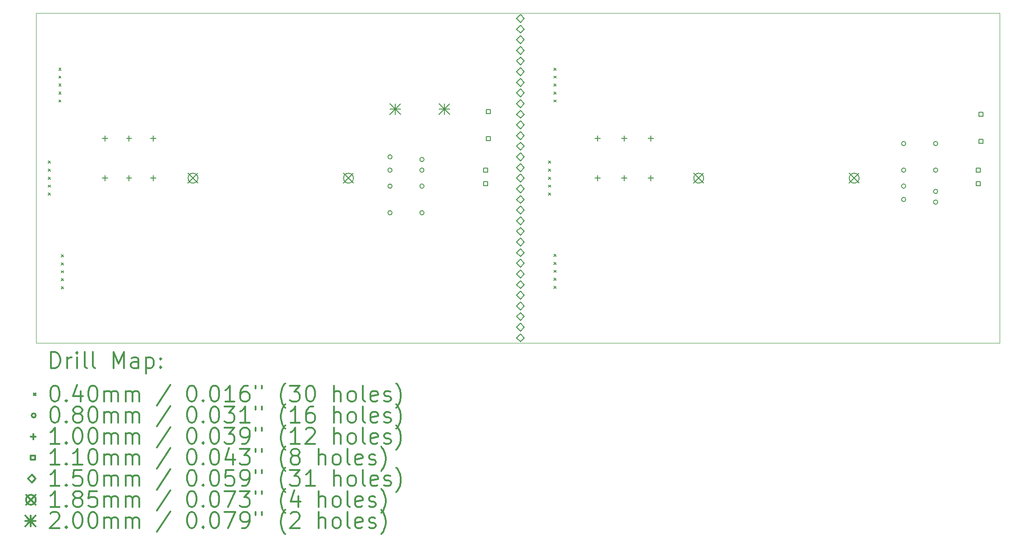
<source format=gbr>
%FSLAX45Y45*%
G04 Gerber Fmt 4.5, Leading zero omitted, Abs format (unit mm)*
G04 Created by KiCad (PCBNEW 5.1.6-c6e7f7d~87~ubuntu20.04.1) date 2020-10-08 01:49:55*
%MOMM*%
%LPD*%
G01*
G04 APERTURE LIST*
%TA.AperFunction,Profile*%
%ADD10C,0.050000*%
%TD*%
%ADD11C,0.200000*%
%ADD12C,0.300000*%
G04 APERTURE END LIST*
D10*
X19500000Y-3500000D02*
X1400000Y-3500000D01*
X19500000Y-9700000D02*
X19500000Y-3500000D01*
X1400000Y-9700000D02*
X19500000Y-9700000D01*
X1400000Y-3500000D02*
X1400000Y-9700000D01*
D11*
X1630000Y-6280000D02*
X1670000Y-6320000D01*
X1670000Y-6280000D02*
X1630000Y-6320000D01*
X1630000Y-6430000D02*
X1670000Y-6470000D01*
X1670000Y-6430000D02*
X1630000Y-6470000D01*
X1630000Y-6580000D02*
X1670000Y-6620000D01*
X1670000Y-6580000D02*
X1630000Y-6620000D01*
X1630000Y-6730000D02*
X1670000Y-6770000D01*
X1670000Y-6730000D02*
X1630000Y-6770000D01*
X1630000Y-6880000D02*
X1670000Y-6920000D01*
X1670000Y-6880000D02*
X1630000Y-6920000D01*
X1830000Y-4530000D02*
X1870000Y-4570000D01*
X1870000Y-4530000D02*
X1830000Y-4570000D01*
X1830000Y-4680000D02*
X1870000Y-4720000D01*
X1870000Y-4680000D02*
X1830000Y-4720000D01*
X1830000Y-4830000D02*
X1870000Y-4870000D01*
X1870000Y-4830000D02*
X1830000Y-4870000D01*
X1830000Y-4980000D02*
X1870000Y-5020000D01*
X1870000Y-4980000D02*
X1830000Y-5020000D01*
X1830000Y-5130000D02*
X1870000Y-5170000D01*
X1870000Y-5130000D02*
X1830000Y-5170000D01*
X1880000Y-8038000D02*
X1920000Y-8078000D01*
X1920000Y-8038000D02*
X1880000Y-8078000D01*
X1880000Y-8188000D02*
X1920000Y-8228000D01*
X1920000Y-8188000D02*
X1880000Y-8228000D01*
X1880000Y-8338000D02*
X1920000Y-8378000D01*
X1920000Y-8338000D02*
X1880000Y-8378000D01*
X1880000Y-8488000D02*
X1920000Y-8528000D01*
X1920000Y-8488000D02*
X1880000Y-8528000D01*
X1880000Y-8638000D02*
X1920000Y-8678000D01*
X1920000Y-8638000D02*
X1880000Y-8678000D01*
X11030000Y-6280000D02*
X11070000Y-6320000D01*
X11070000Y-6280000D02*
X11030000Y-6320000D01*
X11030000Y-6430000D02*
X11070000Y-6470000D01*
X11070000Y-6430000D02*
X11030000Y-6470000D01*
X11030000Y-6580000D02*
X11070000Y-6620000D01*
X11070000Y-6580000D02*
X11030000Y-6620000D01*
X11030000Y-6730000D02*
X11070000Y-6770000D01*
X11070000Y-6730000D02*
X11030000Y-6770000D01*
X11030000Y-6880000D02*
X11070000Y-6920000D01*
X11070000Y-6880000D02*
X11030000Y-6920000D01*
X11130000Y-4530000D02*
X11170000Y-4570000D01*
X11170000Y-4530000D02*
X11130000Y-4570000D01*
X11130000Y-4680000D02*
X11170000Y-4720000D01*
X11170000Y-4680000D02*
X11130000Y-4720000D01*
X11130000Y-4830000D02*
X11170000Y-4870000D01*
X11170000Y-4830000D02*
X11130000Y-4870000D01*
X11130000Y-4980000D02*
X11170000Y-5020000D01*
X11170000Y-4980000D02*
X11130000Y-5020000D01*
X11130000Y-5130000D02*
X11170000Y-5170000D01*
X11170000Y-5130000D02*
X11130000Y-5170000D01*
X11130000Y-8030000D02*
X11170000Y-8070000D01*
X11170000Y-8030000D02*
X11130000Y-8070000D01*
X11130000Y-8180000D02*
X11170000Y-8220000D01*
X11170000Y-8180000D02*
X11130000Y-8220000D01*
X11130000Y-8330000D02*
X11170000Y-8370000D01*
X11170000Y-8330000D02*
X11130000Y-8370000D01*
X11130000Y-8480000D02*
X11170000Y-8520000D01*
X11170000Y-8480000D02*
X11130000Y-8520000D01*
X11130000Y-8630000D02*
X11170000Y-8670000D01*
X11170000Y-8630000D02*
X11130000Y-8670000D01*
X18340000Y-5950000D02*
G75*
G03*
X18340000Y-5950000I-40000J0D01*
G01*
X18340000Y-6450000D02*
G75*
G03*
X18340000Y-6450000I-40000J0D01*
G01*
X18340000Y-6850000D02*
G75*
G03*
X18340000Y-6850000I-40000J0D01*
G01*
X18340000Y-7050000D02*
G75*
G03*
X18340000Y-7050000I-40000J0D01*
G01*
X17740000Y-6750000D02*
G75*
G03*
X17740000Y-6750000I-40000J0D01*
G01*
X17740000Y-7000000D02*
G75*
G03*
X17740000Y-7000000I-40000J0D01*
G01*
X8090000Y-6200000D02*
G75*
G03*
X8090000Y-6200000I-40000J0D01*
G01*
X8090000Y-6450000D02*
G75*
G03*
X8090000Y-6450000I-40000J0D01*
G01*
X8090000Y-6750000D02*
G75*
G03*
X8090000Y-6750000I-40000J0D01*
G01*
X8090000Y-7250000D02*
G75*
G03*
X8090000Y-7250000I-40000J0D01*
G01*
X17740000Y-5950000D02*
G75*
G03*
X17740000Y-5950000I-40000J0D01*
G01*
X17740000Y-6450000D02*
G75*
G03*
X17740000Y-6450000I-40000J0D01*
G01*
X8690000Y-6250000D02*
G75*
G03*
X8690000Y-6250000I-40000J0D01*
G01*
X8690000Y-6450000D02*
G75*
G03*
X8690000Y-6450000I-40000J0D01*
G01*
X8690000Y-6750000D02*
G75*
G03*
X8690000Y-6750000I-40000J0D01*
G01*
X8690000Y-7250000D02*
G75*
G03*
X8690000Y-7250000I-40000J0D01*
G01*
X11950000Y-5800000D02*
X11950000Y-5900000D01*
X11900000Y-5850000D02*
X12000000Y-5850000D01*
X11950000Y-6550000D02*
X11950000Y-6650000D01*
X11900000Y-6600000D02*
X12000000Y-6600000D01*
X12950000Y-5800000D02*
X12950000Y-5900000D01*
X12900000Y-5850000D02*
X13000000Y-5850000D01*
X12950000Y-6550000D02*
X12950000Y-6650000D01*
X12900000Y-6600000D02*
X13000000Y-6600000D01*
X2700000Y-5800000D02*
X2700000Y-5900000D01*
X2650000Y-5850000D02*
X2750000Y-5850000D01*
X2700000Y-6550000D02*
X2700000Y-6650000D01*
X2650000Y-6600000D02*
X2750000Y-6600000D01*
X3600000Y-5800000D02*
X3600000Y-5900000D01*
X3550000Y-5850000D02*
X3650000Y-5850000D01*
X3600000Y-6550000D02*
X3600000Y-6650000D01*
X3550000Y-6600000D02*
X3650000Y-6600000D01*
X3150000Y-5800000D02*
X3150000Y-5900000D01*
X3100000Y-5850000D02*
X3200000Y-5850000D01*
X3150000Y-6550000D02*
X3150000Y-6650000D01*
X3100000Y-6600000D02*
X3200000Y-6600000D01*
X12450000Y-5800000D02*
X12450000Y-5900000D01*
X12400000Y-5850000D02*
X12500000Y-5850000D01*
X12450000Y-6550000D02*
X12450000Y-6650000D01*
X12400000Y-6600000D02*
X12500000Y-6600000D01*
X19188891Y-5438891D02*
X19188891Y-5361109D01*
X19111109Y-5361109D01*
X19111109Y-5438891D01*
X19188891Y-5438891D01*
X19188891Y-5946891D02*
X19188891Y-5869109D01*
X19111109Y-5869109D01*
X19111109Y-5946891D01*
X19188891Y-5946891D01*
X9888891Y-6488891D02*
X9888891Y-6411109D01*
X9811109Y-6411109D01*
X9811109Y-6488891D01*
X9888891Y-6488891D01*
X9888891Y-6742891D02*
X9888891Y-6665109D01*
X9811109Y-6665109D01*
X9811109Y-6742891D01*
X9888891Y-6742891D01*
X19138891Y-6488891D02*
X19138891Y-6411109D01*
X19061109Y-6411109D01*
X19061109Y-6488891D01*
X19138891Y-6488891D01*
X19138891Y-6742891D02*
X19138891Y-6665109D01*
X19061109Y-6665109D01*
X19061109Y-6742891D01*
X19138891Y-6742891D01*
X9938891Y-5388891D02*
X9938891Y-5311109D01*
X9861109Y-5311109D01*
X9861109Y-5388891D01*
X9938891Y-5388891D01*
X9938891Y-5896891D02*
X9938891Y-5819109D01*
X9861109Y-5819109D01*
X9861109Y-5896891D01*
X9938891Y-5896891D01*
X10500000Y-3875000D02*
X10575000Y-3800000D01*
X10500000Y-3725000D01*
X10425000Y-3800000D01*
X10500000Y-3875000D01*
X10500000Y-6075000D02*
X10575000Y-6000000D01*
X10500000Y-5925000D01*
X10425000Y-6000000D01*
X10500000Y-6075000D01*
X10500000Y-5075000D02*
X10575000Y-5000000D01*
X10500000Y-4925000D01*
X10425000Y-5000000D01*
X10500000Y-5075000D01*
X10500000Y-6875000D02*
X10575000Y-6800000D01*
X10500000Y-6725000D01*
X10425000Y-6800000D01*
X10500000Y-6875000D01*
X10500000Y-7075000D02*
X10575000Y-7000000D01*
X10500000Y-6925000D01*
X10425000Y-7000000D01*
X10500000Y-7075000D01*
X10500000Y-6675000D02*
X10575000Y-6600000D01*
X10500000Y-6525000D01*
X10425000Y-6600000D01*
X10500000Y-6675000D01*
X10500000Y-4075000D02*
X10575000Y-4000000D01*
X10500000Y-3925000D01*
X10425000Y-4000000D01*
X10500000Y-4075000D01*
X10500000Y-7875000D02*
X10575000Y-7800000D01*
X10500000Y-7725000D01*
X10425000Y-7800000D01*
X10500000Y-7875000D01*
X10500000Y-6475000D02*
X10575000Y-6400000D01*
X10500000Y-6325000D01*
X10425000Y-6400000D01*
X10500000Y-6475000D01*
X10500000Y-9675000D02*
X10575000Y-9600000D01*
X10500000Y-9525000D01*
X10425000Y-9600000D01*
X10500000Y-9675000D01*
X10500000Y-8475000D02*
X10575000Y-8400000D01*
X10500000Y-8325000D01*
X10425000Y-8400000D01*
X10500000Y-8475000D01*
X10500000Y-5875000D02*
X10575000Y-5800000D01*
X10500000Y-5725000D01*
X10425000Y-5800000D01*
X10500000Y-5875000D01*
X10500000Y-7675000D02*
X10575000Y-7600000D01*
X10500000Y-7525000D01*
X10425000Y-7600000D01*
X10500000Y-7675000D01*
X10500000Y-8875000D02*
X10575000Y-8800000D01*
X10500000Y-8725000D01*
X10425000Y-8800000D01*
X10500000Y-8875000D01*
X10500000Y-7275000D02*
X10575000Y-7200000D01*
X10500000Y-7125000D01*
X10425000Y-7200000D01*
X10500000Y-7275000D01*
X10500000Y-4675000D02*
X10575000Y-4600000D01*
X10500000Y-4525000D01*
X10425000Y-4600000D01*
X10500000Y-4675000D01*
X10500000Y-9075000D02*
X10575000Y-9000000D01*
X10500000Y-8925000D01*
X10425000Y-9000000D01*
X10500000Y-9075000D01*
X10500000Y-8275000D02*
X10575000Y-8200000D01*
X10500000Y-8125000D01*
X10425000Y-8200000D01*
X10500000Y-8275000D01*
X10500000Y-5475000D02*
X10575000Y-5400000D01*
X10500000Y-5325000D01*
X10425000Y-5400000D01*
X10500000Y-5475000D01*
X10500000Y-3675000D02*
X10575000Y-3600000D01*
X10500000Y-3525000D01*
X10425000Y-3600000D01*
X10500000Y-3675000D01*
X10500000Y-9275000D02*
X10575000Y-9200000D01*
X10500000Y-9125000D01*
X10425000Y-9200000D01*
X10500000Y-9275000D01*
X10500000Y-4275000D02*
X10575000Y-4200000D01*
X10500000Y-4125000D01*
X10425000Y-4200000D01*
X10500000Y-4275000D01*
X10500000Y-4475000D02*
X10575000Y-4400000D01*
X10500000Y-4325000D01*
X10425000Y-4400000D01*
X10500000Y-4475000D01*
X10500000Y-9475000D02*
X10575000Y-9400000D01*
X10500000Y-9325000D01*
X10425000Y-9400000D01*
X10500000Y-9475000D01*
X10500000Y-5675000D02*
X10575000Y-5600000D01*
X10500000Y-5525000D01*
X10425000Y-5600000D01*
X10500000Y-5675000D01*
X10500000Y-5275000D02*
X10575000Y-5200000D01*
X10500000Y-5125000D01*
X10425000Y-5200000D01*
X10500000Y-5275000D01*
X10500000Y-6275000D02*
X10575000Y-6200000D01*
X10500000Y-6125000D01*
X10425000Y-6200000D01*
X10500000Y-6275000D01*
X10500000Y-8075000D02*
X10575000Y-8000000D01*
X10500000Y-7925000D01*
X10425000Y-8000000D01*
X10500000Y-8075000D01*
X10500000Y-7475000D02*
X10575000Y-7400000D01*
X10500000Y-7325000D01*
X10425000Y-7400000D01*
X10500000Y-7475000D01*
X10500000Y-8675000D02*
X10575000Y-8600000D01*
X10500000Y-8525000D01*
X10425000Y-8600000D01*
X10500000Y-8675000D01*
X10500000Y-4875000D02*
X10575000Y-4800000D01*
X10500000Y-4725000D01*
X10425000Y-4800000D01*
X10500000Y-4875000D01*
X4257500Y-6507500D02*
X4442500Y-6692500D01*
X4442500Y-6507500D02*
X4257500Y-6692500D01*
X4442500Y-6600000D02*
G75*
G03*
X4442500Y-6600000I-92500J0D01*
G01*
X7178500Y-6507500D02*
X7363500Y-6692500D01*
X7363500Y-6507500D02*
X7178500Y-6692500D01*
X7363500Y-6600000D02*
G75*
G03*
X7363500Y-6600000I-92500J0D01*
G01*
X13757500Y-6507500D02*
X13942500Y-6692500D01*
X13942500Y-6507500D02*
X13757500Y-6692500D01*
X13942500Y-6600000D02*
G75*
G03*
X13942500Y-6600000I-92500J0D01*
G01*
X16678500Y-6507500D02*
X16863500Y-6692500D01*
X16863500Y-6507500D02*
X16678500Y-6692500D01*
X16863500Y-6600000D02*
G75*
G03*
X16863500Y-6600000I-92500J0D01*
G01*
X8050000Y-5200000D02*
X8250000Y-5400000D01*
X8250000Y-5200000D02*
X8050000Y-5400000D01*
X8150000Y-5200000D02*
X8150000Y-5400000D01*
X8050000Y-5300000D02*
X8250000Y-5300000D01*
X8970000Y-5200000D02*
X9170000Y-5400000D01*
X9170000Y-5200000D02*
X8970000Y-5400000D01*
X9070000Y-5200000D02*
X9070000Y-5400000D01*
X8970000Y-5300000D02*
X9170000Y-5300000D01*
D12*
X1683928Y-10168214D02*
X1683928Y-9868214D01*
X1755357Y-9868214D01*
X1798214Y-9882500D01*
X1826786Y-9911072D01*
X1841071Y-9939643D01*
X1855357Y-9996786D01*
X1855357Y-10039643D01*
X1841071Y-10096786D01*
X1826786Y-10125357D01*
X1798214Y-10153929D01*
X1755357Y-10168214D01*
X1683928Y-10168214D01*
X1983928Y-10168214D02*
X1983928Y-9968214D01*
X1983928Y-10025357D02*
X1998214Y-9996786D01*
X2012500Y-9982500D01*
X2041071Y-9968214D01*
X2069643Y-9968214D01*
X2169643Y-10168214D02*
X2169643Y-9968214D01*
X2169643Y-9868214D02*
X2155357Y-9882500D01*
X2169643Y-9896786D01*
X2183928Y-9882500D01*
X2169643Y-9868214D01*
X2169643Y-9896786D01*
X2355357Y-10168214D02*
X2326786Y-10153929D01*
X2312500Y-10125357D01*
X2312500Y-9868214D01*
X2512500Y-10168214D02*
X2483928Y-10153929D01*
X2469643Y-10125357D01*
X2469643Y-9868214D01*
X2855357Y-10168214D02*
X2855357Y-9868214D01*
X2955357Y-10082500D01*
X3055357Y-9868214D01*
X3055357Y-10168214D01*
X3326786Y-10168214D02*
X3326786Y-10011072D01*
X3312500Y-9982500D01*
X3283928Y-9968214D01*
X3226786Y-9968214D01*
X3198214Y-9982500D01*
X3326786Y-10153929D02*
X3298214Y-10168214D01*
X3226786Y-10168214D01*
X3198214Y-10153929D01*
X3183928Y-10125357D01*
X3183928Y-10096786D01*
X3198214Y-10068214D01*
X3226786Y-10053929D01*
X3298214Y-10053929D01*
X3326786Y-10039643D01*
X3469643Y-9968214D02*
X3469643Y-10268214D01*
X3469643Y-9982500D02*
X3498214Y-9968214D01*
X3555357Y-9968214D01*
X3583928Y-9982500D01*
X3598214Y-9996786D01*
X3612500Y-10025357D01*
X3612500Y-10111072D01*
X3598214Y-10139643D01*
X3583928Y-10153929D01*
X3555357Y-10168214D01*
X3498214Y-10168214D01*
X3469643Y-10153929D01*
X3741071Y-10139643D02*
X3755357Y-10153929D01*
X3741071Y-10168214D01*
X3726786Y-10153929D01*
X3741071Y-10139643D01*
X3741071Y-10168214D01*
X3741071Y-9982500D02*
X3755357Y-9996786D01*
X3741071Y-10011072D01*
X3726786Y-9996786D01*
X3741071Y-9982500D01*
X3741071Y-10011072D01*
X1357500Y-10642500D02*
X1397500Y-10682500D01*
X1397500Y-10642500D02*
X1357500Y-10682500D01*
X1741071Y-10498214D02*
X1769643Y-10498214D01*
X1798214Y-10512500D01*
X1812500Y-10526786D01*
X1826786Y-10555357D01*
X1841071Y-10612500D01*
X1841071Y-10683929D01*
X1826786Y-10741072D01*
X1812500Y-10769643D01*
X1798214Y-10783929D01*
X1769643Y-10798214D01*
X1741071Y-10798214D01*
X1712500Y-10783929D01*
X1698214Y-10769643D01*
X1683928Y-10741072D01*
X1669643Y-10683929D01*
X1669643Y-10612500D01*
X1683928Y-10555357D01*
X1698214Y-10526786D01*
X1712500Y-10512500D01*
X1741071Y-10498214D01*
X1969643Y-10769643D02*
X1983928Y-10783929D01*
X1969643Y-10798214D01*
X1955357Y-10783929D01*
X1969643Y-10769643D01*
X1969643Y-10798214D01*
X2241071Y-10598214D02*
X2241071Y-10798214D01*
X2169643Y-10483929D02*
X2098214Y-10698214D01*
X2283928Y-10698214D01*
X2455357Y-10498214D02*
X2483928Y-10498214D01*
X2512500Y-10512500D01*
X2526786Y-10526786D01*
X2541071Y-10555357D01*
X2555357Y-10612500D01*
X2555357Y-10683929D01*
X2541071Y-10741072D01*
X2526786Y-10769643D01*
X2512500Y-10783929D01*
X2483928Y-10798214D01*
X2455357Y-10798214D01*
X2426786Y-10783929D01*
X2412500Y-10769643D01*
X2398214Y-10741072D01*
X2383928Y-10683929D01*
X2383928Y-10612500D01*
X2398214Y-10555357D01*
X2412500Y-10526786D01*
X2426786Y-10512500D01*
X2455357Y-10498214D01*
X2683928Y-10798214D02*
X2683928Y-10598214D01*
X2683928Y-10626786D02*
X2698214Y-10612500D01*
X2726786Y-10598214D01*
X2769643Y-10598214D01*
X2798214Y-10612500D01*
X2812500Y-10641072D01*
X2812500Y-10798214D01*
X2812500Y-10641072D02*
X2826786Y-10612500D01*
X2855357Y-10598214D01*
X2898214Y-10598214D01*
X2926786Y-10612500D01*
X2941071Y-10641072D01*
X2941071Y-10798214D01*
X3083928Y-10798214D02*
X3083928Y-10598214D01*
X3083928Y-10626786D02*
X3098214Y-10612500D01*
X3126786Y-10598214D01*
X3169643Y-10598214D01*
X3198214Y-10612500D01*
X3212500Y-10641072D01*
X3212500Y-10798214D01*
X3212500Y-10641072D02*
X3226786Y-10612500D01*
X3255357Y-10598214D01*
X3298214Y-10598214D01*
X3326786Y-10612500D01*
X3341071Y-10641072D01*
X3341071Y-10798214D01*
X3926786Y-10483929D02*
X3669643Y-10869643D01*
X4312500Y-10498214D02*
X4341071Y-10498214D01*
X4369643Y-10512500D01*
X4383928Y-10526786D01*
X4398214Y-10555357D01*
X4412500Y-10612500D01*
X4412500Y-10683929D01*
X4398214Y-10741072D01*
X4383928Y-10769643D01*
X4369643Y-10783929D01*
X4341071Y-10798214D01*
X4312500Y-10798214D01*
X4283928Y-10783929D01*
X4269643Y-10769643D01*
X4255357Y-10741072D01*
X4241071Y-10683929D01*
X4241071Y-10612500D01*
X4255357Y-10555357D01*
X4269643Y-10526786D01*
X4283928Y-10512500D01*
X4312500Y-10498214D01*
X4541071Y-10769643D02*
X4555357Y-10783929D01*
X4541071Y-10798214D01*
X4526786Y-10783929D01*
X4541071Y-10769643D01*
X4541071Y-10798214D01*
X4741071Y-10498214D02*
X4769643Y-10498214D01*
X4798214Y-10512500D01*
X4812500Y-10526786D01*
X4826786Y-10555357D01*
X4841071Y-10612500D01*
X4841071Y-10683929D01*
X4826786Y-10741072D01*
X4812500Y-10769643D01*
X4798214Y-10783929D01*
X4769643Y-10798214D01*
X4741071Y-10798214D01*
X4712500Y-10783929D01*
X4698214Y-10769643D01*
X4683928Y-10741072D01*
X4669643Y-10683929D01*
X4669643Y-10612500D01*
X4683928Y-10555357D01*
X4698214Y-10526786D01*
X4712500Y-10512500D01*
X4741071Y-10498214D01*
X5126786Y-10798214D02*
X4955357Y-10798214D01*
X5041071Y-10798214D02*
X5041071Y-10498214D01*
X5012500Y-10541072D01*
X4983928Y-10569643D01*
X4955357Y-10583929D01*
X5383928Y-10498214D02*
X5326786Y-10498214D01*
X5298214Y-10512500D01*
X5283928Y-10526786D01*
X5255357Y-10569643D01*
X5241071Y-10626786D01*
X5241071Y-10741072D01*
X5255357Y-10769643D01*
X5269643Y-10783929D01*
X5298214Y-10798214D01*
X5355357Y-10798214D01*
X5383928Y-10783929D01*
X5398214Y-10769643D01*
X5412500Y-10741072D01*
X5412500Y-10669643D01*
X5398214Y-10641072D01*
X5383928Y-10626786D01*
X5355357Y-10612500D01*
X5298214Y-10612500D01*
X5269643Y-10626786D01*
X5255357Y-10641072D01*
X5241071Y-10669643D01*
X5526786Y-10498214D02*
X5526786Y-10555357D01*
X5641071Y-10498214D02*
X5641071Y-10555357D01*
X6083928Y-10912500D02*
X6069643Y-10898214D01*
X6041071Y-10855357D01*
X6026786Y-10826786D01*
X6012500Y-10783929D01*
X5998214Y-10712500D01*
X5998214Y-10655357D01*
X6012500Y-10583929D01*
X6026786Y-10541072D01*
X6041071Y-10512500D01*
X6069643Y-10469643D01*
X6083928Y-10455357D01*
X6169643Y-10498214D02*
X6355357Y-10498214D01*
X6255357Y-10612500D01*
X6298214Y-10612500D01*
X6326786Y-10626786D01*
X6341071Y-10641072D01*
X6355357Y-10669643D01*
X6355357Y-10741072D01*
X6341071Y-10769643D01*
X6326786Y-10783929D01*
X6298214Y-10798214D01*
X6212500Y-10798214D01*
X6183928Y-10783929D01*
X6169643Y-10769643D01*
X6541071Y-10498214D02*
X6569643Y-10498214D01*
X6598214Y-10512500D01*
X6612500Y-10526786D01*
X6626786Y-10555357D01*
X6641071Y-10612500D01*
X6641071Y-10683929D01*
X6626786Y-10741072D01*
X6612500Y-10769643D01*
X6598214Y-10783929D01*
X6569643Y-10798214D01*
X6541071Y-10798214D01*
X6512500Y-10783929D01*
X6498214Y-10769643D01*
X6483928Y-10741072D01*
X6469643Y-10683929D01*
X6469643Y-10612500D01*
X6483928Y-10555357D01*
X6498214Y-10526786D01*
X6512500Y-10512500D01*
X6541071Y-10498214D01*
X6998214Y-10798214D02*
X6998214Y-10498214D01*
X7126786Y-10798214D02*
X7126786Y-10641072D01*
X7112500Y-10612500D01*
X7083928Y-10598214D01*
X7041071Y-10598214D01*
X7012500Y-10612500D01*
X6998214Y-10626786D01*
X7312500Y-10798214D02*
X7283928Y-10783929D01*
X7269643Y-10769643D01*
X7255357Y-10741072D01*
X7255357Y-10655357D01*
X7269643Y-10626786D01*
X7283928Y-10612500D01*
X7312500Y-10598214D01*
X7355357Y-10598214D01*
X7383928Y-10612500D01*
X7398214Y-10626786D01*
X7412500Y-10655357D01*
X7412500Y-10741072D01*
X7398214Y-10769643D01*
X7383928Y-10783929D01*
X7355357Y-10798214D01*
X7312500Y-10798214D01*
X7583928Y-10798214D02*
X7555357Y-10783929D01*
X7541071Y-10755357D01*
X7541071Y-10498214D01*
X7812500Y-10783929D02*
X7783928Y-10798214D01*
X7726786Y-10798214D01*
X7698214Y-10783929D01*
X7683928Y-10755357D01*
X7683928Y-10641072D01*
X7698214Y-10612500D01*
X7726786Y-10598214D01*
X7783928Y-10598214D01*
X7812500Y-10612500D01*
X7826786Y-10641072D01*
X7826786Y-10669643D01*
X7683928Y-10698214D01*
X7941071Y-10783929D02*
X7969643Y-10798214D01*
X8026786Y-10798214D01*
X8055357Y-10783929D01*
X8069643Y-10755357D01*
X8069643Y-10741072D01*
X8055357Y-10712500D01*
X8026786Y-10698214D01*
X7983928Y-10698214D01*
X7955357Y-10683929D01*
X7941071Y-10655357D01*
X7941071Y-10641072D01*
X7955357Y-10612500D01*
X7983928Y-10598214D01*
X8026786Y-10598214D01*
X8055357Y-10612500D01*
X8169643Y-10912500D02*
X8183928Y-10898214D01*
X8212500Y-10855357D01*
X8226786Y-10826786D01*
X8241071Y-10783929D01*
X8255357Y-10712500D01*
X8255357Y-10655357D01*
X8241071Y-10583929D01*
X8226786Y-10541072D01*
X8212500Y-10512500D01*
X8183928Y-10469643D01*
X8169643Y-10455357D01*
X1397500Y-11058500D02*
G75*
G03*
X1397500Y-11058500I-40000J0D01*
G01*
X1741071Y-10894214D02*
X1769643Y-10894214D01*
X1798214Y-10908500D01*
X1812500Y-10922786D01*
X1826786Y-10951357D01*
X1841071Y-11008500D01*
X1841071Y-11079929D01*
X1826786Y-11137072D01*
X1812500Y-11165643D01*
X1798214Y-11179929D01*
X1769643Y-11194214D01*
X1741071Y-11194214D01*
X1712500Y-11179929D01*
X1698214Y-11165643D01*
X1683928Y-11137072D01*
X1669643Y-11079929D01*
X1669643Y-11008500D01*
X1683928Y-10951357D01*
X1698214Y-10922786D01*
X1712500Y-10908500D01*
X1741071Y-10894214D01*
X1969643Y-11165643D02*
X1983928Y-11179929D01*
X1969643Y-11194214D01*
X1955357Y-11179929D01*
X1969643Y-11165643D01*
X1969643Y-11194214D01*
X2155357Y-11022786D02*
X2126786Y-11008500D01*
X2112500Y-10994214D01*
X2098214Y-10965643D01*
X2098214Y-10951357D01*
X2112500Y-10922786D01*
X2126786Y-10908500D01*
X2155357Y-10894214D01*
X2212500Y-10894214D01*
X2241071Y-10908500D01*
X2255357Y-10922786D01*
X2269643Y-10951357D01*
X2269643Y-10965643D01*
X2255357Y-10994214D01*
X2241071Y-11008500D01*
X2212500Y-11022786D01*
X2155357Y-11022786D01*
X2126786Y-11037072D01*
X2112500Y-11051357D01*
X2098214Y-11079929D01*
X2098214Y-11137072D01*
X2112500Y-11165643D01*
X2126786Y-11179929D01*
X2155357Y-11194214D01*
X2212500Y-11194214D01*
X2241071Y-11179929D01*
X2255357Y-11165643D01*
X2269643Y-11137072D01*
X2269643Y-11079929D01*
X2255357Y-11051357D01*
X2241071Y-11037072D01*
X2212500Y-11022786D01*
X2455357Y-10894214D02*
X2483928Y-10894214D01*
X2512500Y-10908500D01*
X2526786Y-10922786D01*
X2541071Y-10951357D01*
X2555357Y-11008500D01*
X2555357Y-11079929D01*
X2541071Y-11137072D01*
X2526786Y-11165643D01*
X2512500Y-11179929D01*
X2483928Y-11194214D01*
X2455357Y-11194214D01*
X2426786Y-11179929D01*
X2412500Y-11165643D01*
X2398214Y-11137072D01*
X2383928Y-11079929D01*
X2383928Y-11008500D01*
X2398214Y-10951357D01*
X2412500Y-10922786D01*
X2426786Y-10908500D01*
X2455357Y-10894214D01*
X2683928Y-11194214D02*
X2683928Y-10994214D01*
X2683928Y-11022786D02*
X2698214Y-11008500D01*
X2726786Y-10994214D01*
X2769643Y-10994214D01*
X2798214Y-11008500D01*
X2812500Y-11037072D01*
X2812500Y-11194214D01*
X2812500Y-11037072D02*
X2826786Y-11008500D01*
X2855357Y-10994214D01*
X2898214Y-10994214D01*
X2926786Y-11008500D01*
X2941071Y-11037072D01*
X2941071Y-11194214D01*
X3083928Y-11194214D02*
X3083928Y-10994214D01*
X3083928Y-11022786D02*
X3098214Y-11008500D01*
X3126786Y-10994214D01*
X3169643Y-10994214D01*
X3198214Y-11008500D01*
X3212500Y-11037072D01*
X3212500Y-11194214D01*
X3212500Y-11037072D02*
X3226786Y-11008500D01*
X3255357Y-10994214D01*
X3298214Y-10994214D01*
X3326786Y-11008500D01*
X3341071Y-11037072D01*
X3341071Y-11194214D01*
X3926786Y-10879929D02*
X3669643Y-11265643D01*
X4312500Y-10894214D02*
X4341071Y-10894214D01*
X4369643Y-10908500D01*
X4383928Y-10922786D01*
X4398214Y-10951357D01*
X4412500Y-11008500D01*
X4412500Y-11079929D01*
X4398214Y-11137072D01*
X4383928Y-11165643D01*
X4369643Y-11179929D01*
X4341071Y-11194214D01*
X4312500Y-11194214D01*
X4283928Y-11179929D01*
X4269643Y-11165643D01*
X4255357Y-11137072D01*
X4241071Y-11079929D01*
X4241071Y-11008500D01*
X4255357Y-10951357D01*
X4269643Y-10922786D01*
X4283928Y-10908500D01*
X4312500Y-10894214D01*
X4541071Y-11165643D02*
X4555357Y-11179929D01*
X4541071Y-11194214D01*
X4526786Y-11179929D01*
X4541071Y-11165643D01*
X4541071Y-11194214D01*
X4741071Y-10894214D02*
X4769643Y-10894214D01*
X4798214Y-10908500D01*
X4812500Y-10922786D01*
X4826786Y-10951357D01*
X4841071Y-11008500D01*
X4841071Y-11079929D01*
X4826786Y-11137072D01*
X4812500Y-11165643D01*
X4798214Y-11179929D01*
X4769643Y-11194214D01*
X4741071Y-11194214D01*
X4712500Y-11179929D01*
X4698214Y-11165643D01*
X4683928Y-11137072D01*
X4669643Y-11079929D01*
X4669643Y-11008500D01*
X4683928Y-10951357D01*
X4698214Y-10922786D01*
X4712500Y-10908500D01*
X4741071Y-10894214D01*
X4941071Y-10894214D02*
X5126786Y-10894214D01*
X5026786Y-11008500D01*
X5069643Y-11008500D01*
X5098214Y-11022786D01*
X5112500Y-11037072D01*
X5126786Y-11065643D01*
X5126786Y-11137072D01*
X5112500Y-11165643D01*
X5098214Y-11179929D01*
X5069643Y-11194214D01*
X4983928Y-11194214D01*
X4955357Y-11179929D01*
X4941071Y-11165643D01*
X5412500Y-11194214D02*
X5241071Y-11194214D01*
X5326786Y-11194214D02*
X5326786Y-10894214D01*
X5298214Y-10937072D01*
X5269643Y-10965643D01*
X5241071Y-10979929D01*
X5526786Y-10894214D02*
X5526786Y-10951357D01*
X5641071Y-10894214D02*
X5641071Y-10951357D01*
X6083928Y-11308500D02*
X6069643Y-11294214D01*
X6041071Y-11251357D01*
X6026786Y-11222786D01*
X6012500Y-11179929D01*
X5998214Y-11108500D01*
X5998214Y-11051357D01*
X6012500Y-10979929D01*
X6026786Y-10937072D01*
X6041071Y-10908500D01*
X6069643Y-10865643D01*
X6083928Y-10851357D01*
X6355357Y-11194214D02*
X6183928Y-11194214D01*
X6269643Y-11194214D02*
X6269643Y-10894214D01*
X6241071Y-10937072D01*
X6212500Y-10965643D01*
X6183928Y-10979929D01*
X6612500Y-10894214D02*
X6555357Y-10894214D01*
X6526786Y-10908500D01*
X6512500Y-10922786D01*
X6483928Y-10965643D01*
X6469643Y-11022786D01*
X6469643Y-11137072D01*
X6483928Y-11165643D01*
X6498214Y-11179929D01*
X6526786Y-11194214D01*
X6583928Y-11194214D01*
X6612500Y-11179929D01*
X6626786Y-11165643D01*
X6641071Y-11137072D01*
X6641071Y-11065643D01*
X6626786Y-11037072D01*
X6612500Y-11022786D01*
X6583928Y-11008500D01*
X6526786Y-11008500D01*
X6498214Y-11022786D01*
X6483928Y-11037072D01*
X6469643Y-11065643D01*
X6998214Y-11194214D02*
X6998214Y-10894214D01*
X7126786Y-11194214D02*
X7126786Y-11037072D01*
X7112500Y-11008500D01*
X7083928Y-10994214D01*
X7041071Y-10994214D01*
X7012500Y-11008500D01*
X6998214Y-11022786D01*
X7312500Y-11194214D02*
X7283928Y-11179929D01*
X7269643Y-11165643D01*
X7255357Y-11137072D01*
X7255357Y-11051357D01*
X7269643Y-11022786D01*
X7283928Y-11008500D01*
X7312500Y-10994214D01*
X7355357Y-10994214D01*
X7383928Y-11008500D01*
X7398214Y-11022786D01*
X7412500Y-11051357D01*
X7412500Y-11137072D01*
X7398214Y-11165643D01*
X7383928Y-11179929D01*
X7355357Y-11194214D01*
X7312500Y-11194214D01*
X7583928Y-11194214D02*
X7555357Y-11179929D01*
X7541071Y-11151357D01*
X7541071Y-10894214D01*
X7812500Y-11179929D02*
X7783928Y-11194214D01*
X7726786Y-11194214D01*
X7698214Y-11179929D01*
X7683928Y-11151357D01*
X7683928Y-11037072D01*
X7698214Y-11008500D01*
X7726786Y-10994214D01*
X7783928Y-10994214D01*
X7812500Y-11008500D01*
X7826786Y-11037072D01*
X7826786Y-11065643D01*
X7683928Y-11094214D01*
X7941071Y-11179929D02*
X7969643Y-11194214D01*
X8026786Y-11194214D01*
X8055357Y-11179929D01*
X8069643Y-11151357D01*
X8069643Y-11137072D01*
X8055357Y-11108500D01*
X8026786Y-11094214D01*
X7983928Y-11094214D01*
X7955357Y-11079929D01*
X7941071Y-11051357D01*
X7941071Y-11037072D01*
X7955357Y-11008500D01*
X7983928Y-10994214D01*
X8026786Y-10994214D01*
X8055357Y-11008500D01*
X8169643Y-11308500D02*
X8183928Y-11294214D01*
X8212500Y-11251357D01*
X8226786Y-11222786D01*
X8241071Y-11179929D01*
X8255357Y-11108500D01*
X8255357Y-11051357D01*
X8241071Y-10979929D01*
X8226786Y-10937072D01*
X8212500Y-10908500D01*
X8183928Y-10865643D01*
X8169643Y-10851357D01*
X1347500Y-11404500D02*
X1347500Y-11504500D01*
X1297500Y-11454500D02*
X1397500Y-11454500D01*
X1841071Y-11590214D02*
X1669643Y-11590214D01*
X1755357Y-11590214D02*
X1755357Y-11290214D01*
X1726786Y-11333071D01*
X1698214Y-11361643D01*
X1669643Y-11375929D01*
X1969643Y-11561643D02*
X1983928Y-11575929D01*
X1969643Y-11590214D01*
X1955357Y-11575929D01*
X1969643Y-11561643D01*
X1969643Y-11590214D01*
X2169643Y-11290214D02*
X2198214Y-11290214D01*
X2226786Y-11304500D01*
X2241071Y-11318786D01*
X2255357Y-11347357D01*
X2269643Y-11404500D01*
X2269643Y-11475929D01*
X2255357Y-11533071D01*
X2241071Y-11561643D01*
X2226786Y-11575929D01*
X2198214Y-11590214D01*
X2169643Y-11590214D01*
X2141071Y-11575929D01*
X2126786Y-11561643D01*
X2112500Y-11533071D01*
X2098214Y-11475929D01*
X2098214Y-11404500D01*
X2112500Y-11347357D01*
X2126786Y-11318786D01*
X2141071Y-11304500D01*
X2169643Y-11290214D01*
X2455357Y-11290214D02*
X2483928Y-11290214D01*
X2512500Y-11304500D01*
X2526786Y-11318786D01*
X2541071Y-11347357D01*
X2555357Y-11404500D01*
X2555357Y-11475929D01*
X2541071Y-11533071D01*
X2526786Y-11561643D01*
X2512500Y-11575929D01*
X2483928Y-11590214D01*
X2455357Y-11590214D01*
X2426786Y-11575929D01*
X2412500Y-11561643D01*
X2398214Y-11533071D01*
X2383928Y-11475929D01*
X2383928Y-11404500D01*
X2398214Y-11347357D01*
X2412500Y-11318786D01*
X2426786Y-11304500D01*
X2455357Y-11290214D01*
X2683928Y-11590214D02*
X2683928Y-11390214D01*
X2683928Y-11418786D02*
X2698214Y-11404500D01*
X2726786Y-11390214D01*
X2769643Y-11390214D01*
X2798214Y-11404500D01*
X2812500Y-11433071D01*
X2812500Y-11590214D01*
X2812500Y-11433071D02*
X2826786Y-11404500D01*
X2855357Y-11390214D01*
X2898214Y-11390214D01*
X2926786Y-11404500D01*
X2941071Y-11433071D01*
X2941071Y-11590214D01*
X3083928Y-11590214D02*
X3083928Y-11390214D01*
X3083928Y-11418786D02*
X3098214Y-11404500D01*
X3126786Y-11390214D01*
X3169643Y-11390214D01*
X3198214Y-11404500D01*
X3212500Y-11433071D01*
X3212500Y-11590214D01*
X3212500Y-11433071D02*
X3226786Y-11404500D01*
X3255357Y-11390214D01*
X3298214Y-11390214D01*
X3326786Y-11404500D01*
X3341071Y-11433071D01*
X3341071Y-11590214D01*
X3926786Y-11275929D02*
X3669643Y-11661643D01*
X4312500Y-11290214D02*
X4341071Y-11290214D01*
X4369643Y-11304500D01*
X4383928Y-11318786D01*
X4398214Y-11347357D01*
X4412500Y-11404500D01*
X4412500Y-11475929D01*
X4398214Y-11533071D01*
X4383928Y-11561643D01*
X4369643Y-11575929D01*
X4341071Y-11590214D01*
X4312500Y-11590214D01*
X4283928Y-11575929D01*
X4269643Y-11561643D01*
X4255357Y-11533071D01*
X4241071Y-11475929D01*
X4241071Y-11404500D01*
X4255357Y-11347357D01*
X4269643Y-11318786D01*
X4283928Y-11304500D01*
X4312500Y-11290214D01*
X4541071Y-11561643D02*
X4555357Y-11575929D01*
X4541071Y-11590214D01*
X4526786Y-11575929D01*
X4541071Y-11561643D01*
X4541071Y-11590214D01*
X4741071Y-11290214D02*
X4769643Y-11290214D01*
X4798214Y-11304500D01*
X4812500Y-11318786D01*
X4826786Y-11347357D01*
X4841071Y-11404500D01*
X4841071Y-11475929D01*
X4826786Y-11533071D01*
X4812500Y-11561643D01*
X4798214Y-11575929D01*
X4769643Y-11590214D01*
X4741071Y-11590214D01*
X4712500Y-11575929D01*
X4698214Y-11561643D01*
X4683928Y-11533071D01*
X4669643Y-11475929D01*
X4669643Y-11404500D01*
X4683928Y-11347357D01*
X4698214Y-11318786D01*
X4712500Y-11304500D01*
X4741071Y-11290214D01*
X4941071Y-11290214D02*
X5126786Y-11290214D01*
X5026786Y-11404500D01*
X5069643Y-11404500D01*
X5098214Y-11418786D01*
X5112500Y-11433071D01*
X5126786Y-11461643D01*
X5126786Y-11533071D01*
X5112500Y-11561643D01*
X5098214Y-11575929D01*
X5069643Y-11590214D01*
X4983928Y-11590214D01*
X4955357Y-11575929D01*
X4941071Y-11561643D01*
X5269643Y-11590214D02*
X5326786Y-11590214D01*
X5355357Y-11575929D01*
X5369643Y-11561643D01*
X5398214Y-11518786D01*
X5412500Y-11461643D01*
X5412500Y-11347357D01*
X5398214Y-11318786D01*
X5383928Y-11304500D01*
X5355357Y-11290214D01*
X5298214Y-11290214D01*
X5269643Y-11304500D01*
X5255357Y-11318786D01*
X5241071Y-11347357D01*
X5241071Y-11418786D01*
X5255357Y-11447357D01*
X5269643Y-11461643D01*
X5298214Y-11475929D01*
X5355357Y-11475929D01*
X5383928Y-11461643D01*
X5398214Y-11447357D01*
X5412500Y-11418786D01*
X5526786Y-11290214D02*
X5526786Y-11347357D01*
X5641071Y-11290214D02*
X5641071Y-11347357D01*
X6083928Y-11704500D02*
X6069643Y-11690214D01*
X6041071Y-11647357D01*
X6026786Y-11618786D01*
X6012500Y-11575929D01*
X5998214Y-11504500D01*
X5998214Y-11447357D01*
X6012500Y-11375929D01*
X6026786Y-11333071D01*
X6041071Y-11304500D01*
X6069643Y-11261643D01*
X6083928Y-11247357D01*
X6355357Y-11590214D02*
X6183928Y-11590214D01*
X6269643Y-11590214D02*
X6269643Y-11290214D01*
X6241071Y-11333071D01*
X6212500Y-11361643D01*
X6183928Y-11375929D01*
X6469643Y-11318786D02*
X6483928Y-11304500D01*
X6512500Y-11290214D01*
X6583928Y-11290214D01*
X6612500Y-11304500D01*
X6626786Y-11318786D01*
X6641071Y-11347357D01*
X6641071Y-11375929D01*
X6626786Y-11418786D01*
X6455357Y-11590214D01*
X6641071Y-11590214D01*
X6998214Y-11590214D02*
X6998214Y-11290214D01*
X7126786Y-11590214D02*
X7126786Y-11433071D01*
X7112500Y-11404500D01*
X7083928Y-11390214D01*
X7041071Y-11390214D01*
X7012500Y-11404500D01*
X6998214Y-11418786D01*
X7312500Y-11590214D02*
X7283928Y-11575929D01*
X7269643Y-11561643D01*
X7255357Y-11533071D01*
X7255357Y-11447357D01*
X7269643Y-11418786D01*
X7283928Y-11404500D01*
X7312500Y-11390214D01*
X7355357Y-11390214D01*
X7383928Y-11404500D01*
X7398214Y-11418786D01*
X7412500Y-11447357D01*
X7412500Y-11533071D01*
X7398214Y-11561643D01*
X7383928Y-11575929D01*
X7355357Y-11590214D01*
X7312500Y-11590214D01*
X7583928Y-11590214D02*
X7555357Y-11575929D01*
X7541071Y-11547357D01*
X7541071Y-11290214D01*
X7812500Y-11575929D02*
X7783928Y-11590214D01*
X7726786Y-11590214D01*
X7698214Y-11575929D01*
X7683928Y-11547357D01*
X7683928Y-11433071D01*
X7698214Y-11404500D01*
X7726786Y-11390214D01*
X7783928Y-11390214D01*
X7812500Y-11404500D01*
X7826786Y-11433071D01*
X7826786Y-11461643D01*
X7683928Y-11490214D01*
X7941071Y-11575929D02*
X7969643Y-11590214D01*
X8026786Y-11590214D01*
X8055357Y-11575929D01*
X8069643Y-11547357D01*
X8069643Y-11533071D01*
X8055357Y-11504500D01*
X8026786Y-11490214D01*
X7983928Y-11490214D01*
X7955357Y-11475929D01*
X7941071Y-11447357D01*
X7941071Y-11433071D01*
X7955357Y-11404500D01*
X7983928Y-11390214D01*
X8026786Y-11390214D01*
X8055357Y-11404500D01*
X8169643Y-11704500D02*
X8183928Y-11690214D01*
X8212500Y-11647357D01*
X8226786Y-11618786D01*
X8241071Y-11575929D01*
X8255357Y-11504500D01*
X8255357Y-11447357D01*
X8241071Y-11375929D01*
X8226786Y-11333071D01*
X8212500Y-11304500D01*
X8183928Y-11261643D01*
X8169643Y-11247357D01*
X1381391Y-11889391D02*
X1381391Y-11811609D01*
X1303609Y-11811609D01*
X1303609Y-11889391D01*
X1381391Y-11889391D01*
X1841071Y-11986214D02*
X1669643Y-11986214D01*
X1755357Y-11986214D02*
X1755357Y-11686214D01*
X1726786Y-11729071D01*
X1698214Y-11757643D01*
X1669643Y-11771929D01*
X1969643Y-11957643D02*
X1983928Y-11971929D01*
X1969643Y-11986214D01*
X1955357Y-11971929D01*
X1969643Y-11957643D01*
X1969643Y-11986214D01*
X2269643Y-11986214D02*
X2098214Y-11986214D01*
X2183928Y-11986214D02*
X2183928Y-11686214D01*
X2155357Y-11729071D01*
X2126786Y-11757643D01*
X2098214Y-11771929D01*
X2455357Y-11686214D02*
X2483928Y-11686214D01*
X2512500Y-11700500D01*
X2526786Y-11714786D01*
X2541071Y-11743357D01*
X2555357Y-11800500D01*
X2555357Y-11871929D01*
X2541071Y-11929071D01*
X2526786Y-11957643D01*
X2512500Y-11971929D01*
X2483928Y-11986214D01*
X2455357Y-11986214D01*
X2426786Y-11971929D01*
X2412500Y-11957643D01*
X2398214Y-11929071D01*
X2383928Y-11871929D01*
X2383928Y-11800500D01*
X2398214Y-11743357D01*
X2412500Y-11714786D01*
X2426786Y-11700500D01*
X2455357Y-11686214D01*
X2683928Y-11986214D02*
X2683928Y-11786214D01*
X2683928Y-11814786D02*
X2698214Y-11800500D01*
X2726786Y-11786214D01*
X2769643Y-11786214D01*
X2798214Y-11800500D01*
X2812500Y-11829071D01*
X2812500Y-11986214D01*
X2812500Y-11829071D02*
X2826786Y-11800500D01*
X2855357Y-11786214D01*
X2898214Y-11786214D01*
X2926786Y-11800500D01*
X2941071Y-11829071D01*
X2941071Y-11986214D01*
X3083928Y-11986214D02*
X3083928Y-11786214D01*
X3083928Y-11814786D02*
X3098214Y-11800500D01*
X3126786Y-11786214D01*
X3169643Y-11786214D01*
X3198214Y-11800500D01*
X3212500Y-11829071D01*
X3212500Y-11986214D01*
X3212500Y-11829071D02*
X3226786Y-11800500D01*
X3255357Y-11786214D01*
X3298214Y-11786214D01*
X3326786Y-11800500D01*
X3341071Y-11829071D01*
X3341071Y-11986214D01*
X3926786Y-11671929D02*
X3669643Y-12057643D01*
X4312500Y-11686214D02*
X4341071Y-11686214D01*
X4369643Y-11700500D01*
X4383928Y-11714786D01*
X4398214Y-11743357D01*
X4412500Y-11800500D01*
X4412500Y-11871929D01*
X4398214Y-11929071D01*
X4383928Y-11957643D01*
X4369643Y-11971929D01*
X4341071Y-11986214D01*
X4312500Y-11986214D01*
X4283928Y-11971929D01*
X4269643Y-11957643D01*
X4255357Y-11929071D01*
X4241071Y-11871929D01*
X4241071Y-11800500D01*
X4255357Y-11743357D01*
X4269643Y-11714786D01*
X4283928Y-11700500D01*
X4312500Y-11686214D01*
X4541071Y-11957643D02*
X4555357Y-11971929D01*
X4541071Y-11986214D01*
X4526786Y-11971929D01*
X4541071Y-11957643D01*
X4541071Y-11986214D01*
X4741071Y-11686214D02*
X4769643Y-11686214D01*
X4798214Y-11700500D01*
X4812500Y-11714786D01*
X4826786Y-11743357D01*
X4841071Y-11800500D01*
X4841071Y-11871929D01*
X4826786Y-11929071D01*
X4812500Y-11957643D01*
X4798214Y-11971929D01*
X4769643Y-11986214D01*
X4741071Y-11986214D01*
X4712500Y-11971929D01*
X4698214Y-11957643D01*
X4683928Y-11929071D01*
X4669643Y-11871929D01*
X4669643Y-11800500D01*
X4683928Y-11743357D01*
X4698214Y-11714786D01*
X4712500Y-11700500D01*
X4741071Y-11686214D01*
X5098214Y-11786214D02*
X5098214Y-11986214D01*
X5026786Y-11671929D02*
X4955357Y-11886214D01*
X5141071Y-11886214D01*
X5226786Y-11686214D02*
X5412500Y-11686214D01*
X5312500Y-11800500D01*
X5355357Y-11800500D01*
X5383928Y-11814786D01*
X5398214Y-11829071D01*
X5412500Y-11857643D01*
X5412500Y-11929071D01*
X5398214Y-11957643D01*
X5383928Y-11971929D01*
X5355357Y-11986214D01*
X5269643Y-11986214D01*
X5241071Y-11971929D01*
X5226786Y-11957643D01*
X5526786Y-11686214D02*
X5526786Y-11743357D01*
X5641071Y-11686214D02*
X5641071Y-11743357D01*
X6083928Y-12100500D02*
X6069643Y-12086214D01*
X6041071Y-12043357D01*
X6026786Y-12014786D01*
X6012500Y-11971929D01*
X5998214Y-11900500D01*
X5998214Y-11843357D01*
X6012500Y-11771929D01*
X6026786Y-11729071D01*
X6041071Y-11700500D01*
X6069643Y-11657643D01*
X6083928Y-11643357D01*
X6241071Y-11814786D02*
X6212500Y-11800500D01*
X6198214Y-11786214D01*
X6183928Y-11757643D01*
X6183928Y-11743357D01*
X6198214Y-11714786D01*
X6212500Y-11700500D01*
X6241071Y-11686214D01*
X6298214Y-11686214D01*
X6326786Y-11700500D01*
X6341071Y-11714786D01*
X6355357Y-11743357D01*
X6355357Y-11757643D01*
X6341071Y-11786214D01*
X6326786Y-11800500D01*
X6298214Y-11814786D01*
X6241071Y-11814786D01*
X6212500Y-11829071D01*
X6198214Y-11843357D01*
X6183928Y-11871929D01*
X6183928Y-11929071D01*
X6198214Y-11957643D01*
X6212500Y-11971929D01*
X6241071Y-11986214D01*
X6298214Y-11986214D01*
X6326786Y-11971929D01*
X6341071Y-11957643D01*
X6355357Y-11929071D01*
X6355357Y-11871929D01*
X6341071Y-11843357D01*
X6326786Y-11829071D01*
X6298214Y-11814786D01*
X6712500Y-11986214D02*
X6712500Y-11686214D01*
X6841071Y-11986214D02*
X6841071Y-11829071D01*
X6826786Y-11800500D01*
X6798214Y-11786214D01*
X6755357Y-11786214D01*
X6726786Y-11800500D01*
X6712500Y-11814786D01*
X7026786Y-11986214D02*
X6998214Y-11971929D01*
X6983928Y-11957643D01*
X6969643Y-11929071D01*
X6969643Y-11843357D01*
X6983928Y-11814786D01*
X6998214Y-11800500D01*
X7026786Y-11786214D01*
X7069643Y-11786214D01*
X7098214Y-11800500D01*
X7112500Y-11814786D01*
X7126786Y-11843357D01*
X7126786Y-11929071D01*
X7112500Y-11957643D01*
X7098214Y-11971929D01*
X7069643Y-11986214D01*
X7026786Y-11986214D01*
X7298214Y-11986214D02*
X7269643Y-11971929D01*
X7255357Y-11943357D01*
X7255357Y-11686214D01*
X7526786Y-11971929D02*
X7498214Y-11986214D01*
X7441071Y-11986214D01*
X7412500Y-11971929D01*
X7398214Y-11943357D01*
X7398214Y-11829071D01*
X7412500Y-11800500D01*
X7441071Y-11786214D01*
X7498214Y-11786214D01*
X7526786Y-11800500D01*
X7541071Y-11829071D01*
X7541071Y-11857643D01*
X7398214Y-11886214D01*
X7655357Y-11971929D02*
X7683928Y-11986214D01*
X7741071Y-11986214D01*
X7769643Y-11971929D01*
X7783928Y-11943357D01*
X7783928Y-11929071D01*
X7769643Y-11900500D01*
X7741071Y-11886214D01*
X7698214Y-11886214D01*
X7669643Y-11871929D01*
X7655357Y-11843357D01*
X7655357Y-11829071D01*
X7669643Y-11800500D01*
X7698214Y-11786214D01*
X7741071Y-11786214D01*
X7769643Y-11800500D01*
X7883928Y-12100500D02*
X7898214Y-12086214D01*
X7926786Y-12043357D01*
X7941071Y-12014786D01*
X7955357Y-11971929D01*
X7969643Y-11900500D01*
X7969643Y-11843357D01*
X7955357Y-11771929D01*
X7941071Y-11729071D01*
X7926786Y-11700500D01*
X7898214Y-11657643D01*
X7883928Y-11643357D01*
X1322500Y-12321500D02*
X1397500Y-12246500D01*
X1322500Y-12171500D01*
X1247500Y-12246500D01*
X1322500Y-12321500D01*
X1841071Y-12382214D02*
X1669643Y-12382214D01*
X1755357Y-12382214D02*
X1755357Y-12082214D01*
X1726786Y-12125071D01*
X1698214Y-12153643D01*
X1669643Y-12167929D01*
X1969643Y-12353643D02*
X1983928Y-12367929D01*
X1969643Y-12382214D01*
X1955357Y-12367929D01*
X1969643Y-12353643D01*
X1969643Y-12382214D01*
X2255357Y-12082214D02*
X2112500Y-12082214D01*
X2098214Y-12225071D01*
X2112500Y-12210786D01*
X2141071Y-12196500D01*
X2212500Y-12196500D01*
X2241071Y-12210786D01*
X2255357Y-12225071D01*
X2269643Y-12253643D01*
X2269643Y-12325071D01*
X2255357Y-12353643D01*
X2241071Y-12367929D01*
X2212500Y-12382214D01*
X2141071Y-12382214D01*
X2112500Y-12367929D01*
X2098214Y-12353643D01*
X2455357Y-12082214D02*
X2483928Y-12082214D01*
X2512500Y-12096500D01*
X2526786Y-12110786D01*
X2541071Y-12139357D01*
X2555357Y-12196500D01*
X2555357Y-12267929D01*
X2541071Y-12325071D01*
X2526786Y-12353643D01*
X2512500Y-12367929D01*
X2483928Y-12382214D01*
X2455357Y-12382214D01*
X2426786Y-12367929D01*
X2412500Y-12353643D01*
X2398214Y-12325071D01*
X2383928Y-12267929D01*
X2383928Y-12196500D01*
X2398214Y-12139357D01*
X2412500Y-12110786D01*
X2426786Y-12096500D01*
X2455357Y-12082214D01*
X2683928Y-12382214D02*
X2683928Y-12182214D01*
X2683928Y-12210786D02*
X2698214Y-12196500D01*
X2726786Y-12182214D01*
X2769643Y-12182214D01*
X2798214Y-12196500D01*
X2812500Y-12225071D01*
X2812500Y-12382214D01*
X2812500Y-12225071D02*
X2826786Y-12196500D01*
X2855357Y-12182214D01*
X2898214Y-12182214D01*
X2926786Y-12196500D01*
X2941071Y-12225071D01*
X2941071Y-12382214D01*
X3083928Y-12382214D02*
X3083928Y-12182214D01*
X3083928Y-12210786D02*
X3098214Y-12196500D01*
X3126786Y-12182214D01*
X3169643Y-12182214D01*
X3198214Y-12196500D01*
X3212500Y-12225071D01*
X3212500Y-12382214D01*
X3212500Y-12225071D02*
X3226786Y-12196500D01*
X3255357Y-12182214D01*
X3298214Y-12182214D01*
X3326786Y-12196500D01*
X3341071Y-12225071D01*
X3341071Y-12382214D01*
X3926786Y-12067929D02*
X3669643Y-12453643D01*
X4312500Y-12082214D02*
X4341071Y-12082214D01*
X4369643Y-12096500D01*
X4383928Y-12110786D01*
X4398214Y-12139357D01*
X4412500Y-12196500D01*
X4412500Y-12267929D01*
X4398214Y-12325071D01*
X4383928Y-12353643D01*
X4369643Y-12367929D01*
X4341071Y-12382214D01*
X4312500Y-12382214D01*
X4283928Y-12367929D01*
X4269643Y-12353643D01*
X4255357Y-12325071D01*
X4241071Y-12267929D01*
X4241071Y-12196500D01*
X4255357Y-12139357D01*
X4269643Y-12110786D01*
X4283928Y-12096500D01*
X4312500Y-12082214D01*
X4541071Y-12353643D02*
X4555357Y-12367929D01*
X4541071Y-12382214D01*
X4526786Y-12367929D01*
X4541071Y-12353643D01*
X4541071Y-12382214D01*
X4741071Y-12082214D02*
X4769643Y-12082214D01*
X4798214Y-12096500D01*
X4812500Y-12110786D01*
X4826786Y-12139357D01*
X4841071Y-12196500D01*
X4841071Y-12267929D01*
X4826786Y-12325071D01*
X4812500Y-12353643D01*
X4798214Y-12367929D01*
X4769643Y-12382214D01*
X4741071Y-12382214D01*
X4712500Y-12367929D01*
X4698214Y-12353643D01*
X4683928Y-12325071D01*
X4669643Y-12267929D01*
X4669643Y-12196500D01*
X4683928Y-12139357D01*
X4698214Y-12110786D01*
X4712500Y-12096500D01*
X4741071Y-12082214D01*
X5112500Y-12082214D02*
X4969643Y-12082214D01*
X4955357Y-12225071D01*
X4969643Y-12210786D01*
X4998214Y-12196500D01*
X5069643Y-12196500D01*
X5098214Y-12210786D01*
X5112500Y-12225071D01*
X5126786Y-12253643D01*
X5126786Y-12325071D01*
X5112500Y-12353643D01*
X5098214Y-12367929D01*
X5069643Y-12382214D01*
X4998214Y-12382214D01*
X4969643Y-12367929D01*
X4955357Y-12353643D01*
X5269643Y-12382214D02*
X5326786Y-12382214D01*
X5355357Y-12367929D01*
X5369643Y-12353643D01*
X5398214Y-12310786D01*
X5412500Y-12253643D01*
X5412500Y-12139357D01*
X5398214Y-12110786D01*
X5383928Y-12096500D01*
X5355357Y-12082214D01*
X5298214Y-12082214D01*
X5269643Y-12096500D01*
X5255357Y-12110786D01*
X5241071Y-12139357D01*
X5241071Y-12210786D01*
X5255357Y-12239357D01*
X5269643Y-12253643D01*
X5298214Y-12267929D01*
X5355357Y-12267929D01*
X5383928Y-12253643D01*
X5398214Y-12239357D01*
X5412500Y-12210786D01*
X5526786Y-12082214D02*
X5526786Y-12139357D01*
X5641071Y-12082214D02*
X5641071Y-12139357D01*
X6083928Y-12496500D02*
X6069643Y-12482214D01*
X6041071Y-12439357D01*
X6026786Y-12410786D01*
X6012500Y-12367929D01*
X5998214Y-12296500D01*
X5998214Y-12239357D01*
X6012500Y-12167929D01*
X6026786Y-12125071D01*
X6041071Y-12096500D01*
X6069643Y-12053643D01*
X6083928Y-12039357D01*
X6169643Y-12082214D02*
X6355357Y-12082214D01*
X6255357Y-12196500D01*
X6298214Y-12196500D01*
X6326786Y-12210786D01*
X6341071Y-12225071D01*
X6355357Y-12253643D01*
X6355357Y-12325071D01*
X6341071Y-12353643D01*
X6326786Y-12367929D01*
X6298214Y-12382214D01*
X6212500Y-12382214D01*
X6183928Y-12367929D01*
X6169643Y-12353643D01*
X6641071Y-12382214D02*
X6469643Y-12382214D01*
X6555357Y-12382214D02*
X6555357Y-12082214D01*
X6526786Y-12125071D01*
X6498214Y-12153643D01*
X6469643Y-12167929D01*
X6998214Y-12382214D02*
X6998214Y-12082214D01*
X7126786Y-12382214D02*
X7126786Y-12225071D01*
X7112500Y-12196500D01*
X7083928Y-12182214D01*
X7041071Y-12182214D01*
X7012500Y-12196500D01*
X6998214Y-12210786D01*
X7312500Y-12382214D02*
X7283928Y-12367929D01*
X7269643Y-12353643D01*
X7255357Y-12325071D01*
X7255357Y-12239357D01*
X7269643Y-12210786D01*
X7283928Y-12196500D01*
X7312500Y-12182214D01*
X7355357Y-12182214D01*
X7383928Y-12196500D01*
X7398214Y-12210786D01*
X7412500Y-12239357D01*
X7412500Y-12325071D01*
X7398214Y-12353643D01*
X7383928Y-12367929D01*
X7355357Y-12382214D01*
X7312500Y-12382214D01*
X7583928Y-12382214D02*
X7555357Y-12367929D01*
X7541071Y-12339357D01*
X7541071Y-12082214D01*
X7812500Y-12367929D02*
X7783928Y-12382214D01*
X7726786Y-12382214D01*
X7698214Y-12367929D01*
X7683928Y-12339357D01*
X7683928Y-12225071D01*
X7698214Y-12196500D01*
X7726786Y-12182214D01*
X7783928Y-12182214D01*
X7812500Y-12196500D01*
X7826786Y-12225071D01*
X7826786Y-12253643D01*
X7683928Y-12282214D01*
X7941071Y-12367929D02*
X7969643Y-12382214D01*
X8026786Y-12382214D01*
X8055357Y-12367929D01*
X8069643Y-12339357D01*
X8069643Y-12325071D01*
X8055357Y-12296500D01*
X8026786Y-12282214D01*
X7983928Y-12282214D01*
X7955357Y-12267929D01*
X7941071Y-12239357D01*
X7941071Y-12225071D01*
X7955357Y-12196500D01*
X7983928Y-12182214D01*
X8026786Y-12182214D01*
X8055357Y-12196500D01*
X8169643Y-12496500D02*
X8183928Y-12482214D01*
X8212500Y-12439357D01*
X8226786Y-12410786D01*
X8241071Y-12367929D01*
X8255357Y-12296500D01*
X8255357Y-12239357D01*
X8241071Y-12167929D01*
X8226786Y-12125071D01*
X8212500Y-12096500D01*
X8183928Y-12053643D01*
X8169643Y-12039357D01*
X1212500Y-12550000D02*
X1397500Y-12735000D01*
X1397500Y-12550000D02*
X1212500Y-12735000D01*
X1397500Y-12642500D02*
G75*
G03*
X1397500Y-12642500I-92500J0D01*
G01*
X1841071Y-12778214D02*
X1669643Y-12778214D01*
X1755357Y-12778214D02*
X1755357Y-12478214D01*
X1726786Y-12521071D01*
X1698214Y-12549643D01*
X1669643Y-12563929D01*
X1969643Y-12749643D02*
X1983928Y-12763929D01*
X1969643Y-12778214D01*
X1955357Y-12763929D01*
X1969643Y-12749643D01*
X1969643Y-12778214D01*
X2155357Y-12606786D02*
X2126786Y-12592500D01*
X2112500Y-12578214D01*
X2098214Y-12549643D01*
X2098214Y-12535357D01*
X2112500Y-12506786D01*
X2126786Y-12492500D01*
X2155357Y-12478214D01*
X2212500Y-12478214D01*
X2241071Y-12492500D01*
X2255357Y-12506786D01*
X2269643Y-12535357D01*
X2269643Y-12549643D01*
X2255357Y-12578214D01*
X2241071Y-12592500D01*
X2212500Y-12606786D01*
X2155357Y-12606786D01*
X2126786Y-12621071D01*
X2112500Y-12635357D01*
X2098214Y-12663929D01*
X2098214Y-12721071D01*
X2112500Y-12749643D01*
X2126786Y-12763929D01*
X2155357Y-12778214D01*
X2212500Y-12778214D01*
X2241071Y-12763929D01*
X2255357Y-12749643D01*
X2269643Y-12721071D01*
X2269643Y-12663929D01*
X2255357Y-12635357D01*
X2241071Y-12621071D01*
X2212500Y-12606786D01*
X2541071Y-12478214D02*
X2398214Y-12478214D01*
X2383928Y-12621071D01*
X2398214Y-12606786D01*
X2426786Y-12592500D01*
X2498214Y-12592500D01*
X2526786Y-12606786D01*
X2541071Y-12621071D01*
X2555357Y-12649643D01*
X2555357Y-12721071D01*
X2541071Y-12749643D01*
X2526786Y-12763929D01*
X2498214Y-12778214D01*
X2426786Y-12778214D01*
X2398214Y-12763929D01*
X2383928Y-12749643D01*
X2683928Y-12778214D02*
X2683928Y-12578214D01*
X2683928Y-12606786D02*
X2698214Y-12592500D01*
X2726786Y-12578214D01*
X2769643Y-12578214D01*
X2798214Y-12592500D01*
X2812500Y-12621071D01*
X2812500Y-12778214D01*
X2812500Y-12621071D02*
X2826786Y-12592500D01*
X2855357Y-12578214D01*
X2898214Y-12578214D01*
X2926786Y-12592500D01*
X2941071Y-12621071D01*
X2941071Y-12778214D01*
X3083928Y-12778214D02*
X3083928Y-12578214D01*
X3083928Y-12606786D02*
X3098214Y-12592500D01*
X3126786Y-12578214D01*
X3169643Y-12578214D01*
X3198214Y-12592500D01*
X3212500Y-12621071D01*
X3212500Y-12778214D01*
X3212500Y-12621071D02*
X3226786Y-12592500D01*
X3255357Y-12578214D01*
X3298214Y-12578214D01*
X3326786Y-12592500D01*
X3341071Y-12621071D01*
X3341071Y-12778214D01*
X3926786Y-12463929D02*
X3669643Y-12849643D01*
X4312500Y-12478214D02*
X4341071Y-12478214D01*
X4369643Y-12492500D01*
X4383928Y-12506786D01*
X4398214Y-12535357D01*
X4412500Y-12592500D01*
X4412500Y-12663929D01*
X4398214Y-12721071D01*
X4383928Y-12749643D01*
X4369643Y-12763929D01*
X4341071Y-12778214D01*
X4312500Y-12778214D01*
X4283928Y-12763929D01*
X4269643Y-12749643D01*
X4255357Y-12721071D01*
X4241071Y-12663929D01*
X4241071Y-12592500D01*
X4255357Y-12535357D01*
X4269643Y-12506786D01*
X4283928Y-12492500D01*
X4312500Y-12478214D01*
X4541071Y-12749643D02*
X4555357Y-12763929D01*
X4541071Y-12778214D01*
X4526786Y-12763929D01*
X4541071Y-12749643D01*
X4541071Y-12778214D01*
X4741071Y-12478214D02*
X4769643Y-12478214D01*
X4798214Y-12492500D01*
X4812500Y-12506786D01*
X4826786Y-12535357D01*
X4841071Y-12592500D01*
X4841071Y-12663929D01*
X4826786Y-12721071D01*
X4812500Y-12749643D01*
X4798214Y-12763929D01*
X4769643Y-12778214D01*
X4741071Y-12778214D01*
X4712500Y-12763929D01*
X4698214Y-12749643D01*
X4683928Y-12721071D01*
X4669643Y-12663929D01*
X4669643Y-12592500D01*
X4683928Y-12535357D01*
X4698214Y-12506786D01*
X4712500Y-12492500D01*
X4741071Y-12478214D01*
X4941071Y-12478214D02*
X5141071Y-12478214D01*
X5012500Y-12778214D01*
X5226786Y-12478214D02*
X5412500Y-12478214D01*
X5312500Y-12592500D01*
X5355357Y-12592500D01*
X5383928Y-12606786D01*
X5398214Y-12621071D01*
X5412500Y-12649643D01*
X5412500Y-12721071D01*
X5398214Y-12749643D01*
X5383928Y-12763929D01*
X5355357Y-12778214D01*
X5269643Y-12778214D01*
X5241071Y-12763929D01*
X5226786Y-12749643D01*
X5526786Y-12478214D02*
X5526786Y-12535357D01*
X5641071Y-12478214D02*
X5641071Y-12535357D01*
X6083928Y-12892500D02*
X6069643Y-12878214D01*
X6041071Y-12835357D01*
X6026786Y-12806786D01*
X6012500Y-12763929D01*
X5998214Y-12692500D01*
X5998214Y-12635357D01*
X6012500Y-12563929D01*
X6026786Y-12521071D01*
X6041071Y-12492500D01*
X6069643Y-12449643D01*
X6083928Y-12435357D01*
X6326786Y-12578214D02*
X6326786Y-12778214D01*
X6255357Y-12463929D02*
X6183928Y-12678214D01*
X6369643Y-12678214D01*
X6712500Y-12778214D02*
X6712500Y-12478214D01*
X6841071Y-12778214D02*
X6841071Y-12621071D01*
X6826786Y-12592500D01*
X6798214Y-12578214D01*
X6755357Y-12578214D01*
X6726786Y-12592500D01*
X6712500Y-12606786D01*
X7026786Y-12778214D02*
X6998214Y-12763929D01*
X6983928Y-12749643D01*
X6969643Y-12721071D01*
X6969643Y-12635357D01*
X6983928Y-12606786D01*
X6998214Y-12592500D01*
X7026786Y-12578214D01*
X7069643Y-12578214D01*
X7098214Y-12592500D01*
X7112500Y-12606786D01*
X7126786Y-12635357D01*
X7126786Y-12721071D01*
X7112500Y-12749643D01*
X7098214Y-12763929D01*
X7069643Y-12778214D01*
X7026786Y-12778214D01*
X7298214Y-12778214D02*
X7269643Y-12763929D01*
X7255357Y-12735357D01*
X7255357Y-12478214D01*
X7526786Y-12763929D02*
X7498214Y-12778214D01*
X7441071Y-12778214D01*
X7412500Y-12763929D01*
X7398214Y-12735357D01*
X7398214Y-12621071D01*
X7412500Y-12592500D01*
X7441071Y-12578214D01*
X7498214Y-12578214D01*
X7526786Y-12592500D01*
X7541071Y-12621071D01*
X7541071Y-12649643D01*
X7398214Y-12678214D01*
X7655357Y-12763929D02*
X7683928Y-12778214D01*
X7741071Y-12778214D01*
X7769643Y-12763929D01*
X7783928Y-12735357D01*
X7783928Y-12721071D01*
X7769643Y-12692500D01*
X7741071Y-12678214D01*
X7698214Y-12678214D01*
X7669643Y-12663929D01*
X7655357Y-12635357D01*
X7655357Y-12621071D01*
X7669643Y-12592500D01*
X7698214Y-12578214D01*
X7741071Y-12578214D01*
X7769643Y-12592500D01*
X7883928Y-12892500D02*
X7898214Y-12878214D01*
X7926786Y-12835357D01*
X7941071Y-12806786D01*
X7955357Y-12763929D01*
X7969643Y-12692500D01*
X7969643Y-12635357D01*
X7955357Y-12563929D01*
X7941071Y-12521071D01*
X7926786Y-12492500D01*
X7898214Y-12449643D01*
X7883928Y-12435357D01*
X1197500Y-12938500D02*
X1397500Y-13138500D01*
X1397500Y-12938500D02*
X1197500Y-13138500D01*
X1297500Y-12938500D02*
X1297500Y-13138500D01*
X1197500Y-13038500D02*
X1397500Y-13038500D01*
X1669643Y-12902786D02*
X1683928Y-12888500D01*
X1712500Y-12874214D01*
X1783928Y-12874214D01*
X1812500Y-12888500D01*
X1826786Y-12902786D01*
X1841071Y-12931357D01*
X1841071Y-12959929D01*
X1826786Y-13002786D01*
X1655357Y-13174214D01*
X1841071Y-13174214D01*
X1969643Y-13145643D02*
X1983928Y-13159929D01*
X1969643Y-13174214D01*
X1955357Y-13159929D01*
X1969643Y-13145643D01*
X1969643Y-13174214D01*
X2169643Y-12874214D02*
X2198214Y-12874214D01*
X2226786Y-12888500D01*
X2241071Y-12902786D01*
X2255357Y-12931357D01*
X2269643Y-12988500D01*
X2269643Y-13059929D01*
X2255357Y-13117071D01*
X2241071Y-13145643D01*
X2226786Y-13159929D01*
X2198214Y-13174214D01*
X2169643Y-13174214D01*
X2141071Y-13159929D01*
X2126786Y-13145643D01*
X2112500Y-13117071D01*
X2098214Y-13059929D01*
X2098214Y-12988500D01*
X2112500Y-12931357D01*
X2126786Y-12902786D01*
X2141071Y-12888500D01*
X2169643Y-12874214D01*
X2455357Y-12874214D02*
X2483928Y-12874214D01*
X2512500Y-12888500D01*
X2526786Y-12902786D01*
X2541071Y-12931357D01*
X2555357Y-12988500D01*
X2555357Y-13059929D01*
X2541071Y-13117071D01*
X2526786Y-13145643D01*
X2512500Y-13159929D01*
X2483928Y-13174214D01*
X2455357Y-13174214D01*
X2426786Y-13159929D01*
X2412500Y-13145643D01*
X2398214Y-13117071D01*
X2383928Y-13059929D01*
X2383928Y-12988500D01*
X2398214Y-12931357D01*
X2412500Y-12902786D01*
X2426786Y-12888500D01*
X2455357Y-12874214D01*
X2683928Y-13174214D02*
X2683928Y-12974214D01*
X2683928Y-13002786D02*
X2698214Y-12988500D01*
X2726786Y-12974214D01*
X2769643Y-12974214D01*
X2798214Y-12988500D01*
X2812500Y-13017071D01*
X2812500Y-13174214D01*
X2812500Y-13017071D02*
X2826786Y-12988500D01*
X2855357Y-12974214D01*
X2898214Y-12974214D01*
X2926786Y-12988500D01*
X2941071Y-13017071D01*
X2941071Y-13174214D01*
X3083928Y-13174214D02*
X3083928Y-12974214D01*
X3083928Y-13002786D02*
X3098214Y-12988500D01*
X3126786Y-12974214D01*
X3169643Y-12974214D01*
X3198214Y-12988500D01*
X3212500Y-13017071D01*
X3212500Y-13174214D01*
X3212500Y-13017071D02*
X3226786Y-12988500D01*
X3255357Y-12974214D01*
X3298214Y-12974214D01*
X3326786Y-12988500D01*
X3341071Y-13017071D01*
X3341071Y-13174214D01*
X3926786Y-12859929D02*
X3669643Y-13245643D01*
X4312500Y-12874214D02*
X4341071Y-12874214D01*
X4369643Y-12888500D01*
X4383928Y-12902786D01*
X4398214Y-12931357D01*
X4412500Y-12988500D01*
X4412500Y-13059929D01*
X4398214Y-13117071D01*
X4383928Y-13145643D01*
X4369643Y-13159929D01*
X4341071Y-13174214D01*
X4312500Y-13174214D01*
X4283928Y-13159929D01*
X4269643Y-13145643D01*
X4255357Y-13117071D01*
X4241071Y-13059929D01*
X4241071Y-12988500D01*
X4255357Y-12931357D01*
X4269643Y-12902786D01*
X4283928Y-12888500D01*
X4312500Y-12874214D01*
X4541071Y-13145643D02*
X4555357Y-13159929D01*
X4541071Y-13174214D01*
X4526786Y-13159929D01*
X4541071Y-13145643D01*
X4541071Y-13174214D01*
X4741071Y-12874214D02*
X4769643Y-12874214D01*
X4798214Y-12888500D01*
X4812500Y-12902786D01*
X4826786Y-12931357D01*
X4841071Y-12988500D01*
X4841071Y-13059929D01*
X4826786Y-13117071D01*
X4812500Y-13145643D01*
X4798214Y-13159929D01*
X4769643Y-13174214D01*
X4741071Y-13174214D01*
X4712500Y-13159929D01*
X4698214Y-13145643D01*
X4683928Y-13117071D01*
X4669643Y-13059929D01*
X4669643Y-12988500D01*
X4683928Y-12931357D01*
X4698214Y-12902786D01*
X4712500Y-12888500D01*
X4741071Y-12874214D01*
X4941071Y-12874214D02*
X5141071Y-12874214D01*
X5012500Y-13174214D01*
X5269643Y-13174214D02*
X5326786Y-13174214D01*
X5355357Y-13159929D01*
X5369643Y-13145643D01*
X5398214Y-13102786D01*
X5412500Y-13045643D01*
X5412500Y-12931357D01*
X5398214Y-12902786D01*
X5383928Y-12888500D01*
X5355357Y-12874214D01*
X5298214Y-12874214D01*
X5269643Y-12888500D01*
X5255357Y-12902786D01*
X5241071Y-12931357D01*
X5241071Y-13002786D01*
X5255357Y-13031357D01*
X5269643Y-13045643D01*
X5298214Y-13059929D01*
X5355357Y-13059929D01*
X5383928Y-13045643D01*
X5398214Y-13031357D01*
X5412500Y-13002786D01*
X5526786Y-12874214D02*
X5526786Y-12931357D01*
X5641071Y-12874214D02*
X5641071Y-12931357D01*
X6083928Y-13288500D02*
X6069643Y-13274214D01*
X6041071Y-13231357D01*
X6026786Y-13202786D01*
X6012500Y-13159929D01*
X5998214Y-13088500D01*
X5998214Y-13031357D01*
X6012500Y-12959929D01*
X6026786Y-12917071D01*
X6041071Y-12888500D01*
X6069643Y-12845643D01*
X6083928Y-12831357D01*
X6183928Y-12902786D02*
X6198214Y-12888500D01*
X6226786Y-12874214D01*
X6298214Y-12874214D01*
X6326786Y-12888500D01*
X6341071Y-12902786D01*
X6355357Y-12931357D01*
X6355357Y-12959929D01*
X6341071Y-13002786D01*
X6169643Y-13174214D01*
X6355357Y-13174214D01*
X6712500Y-13174214D02*
X6712500Y-12874214D01*
X6841071Y-13174214D02*
X6841071Y-13017071D01*
X6826786Y-12988500D01*
X6798214Y-12974214D01*
X6755357Y-12974214D01*
X6726786Y-12988500D01*
X6712500Y-13002786D01*
X7026786Y-13174214D02*
X6998214Y-13159929D01*
X6983928Y-13145643D01*
X6969643Y-13117071D01*
X6969643Y-13031357D01*
X6983928Y-13002786D01*
X6998214Y-12988500D01*
X7026786Y-12974214D01*
X7069643Y-12974214D01*
X7098214Y-12988500D01*
X7112500Y-13002786D01*
X7126786Y-13031357D01*
X7126786Y-13117071D01*
X7112500Y-13145643D01*
X7098214Y-13159929D01*
X7069643Y-13174214D01*
X7026786Y-13174214D01*
X7298214Y-13174214D02*
X7269643Y-13159929D01*
X7255357Y-13131357D01*
X7255357Y-12874214D01*
X7526786Y-13159929D02*
X7498214Y-13174214D01*
X7441071Y-13174214D01*
X7412500Y-13159929D01*
X7398214Y-13131357D01*
X7398214Y-13017071D01*
X7412500Y-12988500D01*
X7441071Y-12974214D01*
X7498214Y-12974214D01*
X7526786Y-12988500D01*
X7541071Y-13017071D01*
X7541071Y-13045643D01*
X7398214Y-13074214D01*
X7655357Y-13159929D02*
X7683928Y-13174214D01*
X7741071Y-13174214D01*
X7769643Y-13159929D01*
X7783928Y-13131357D01*
X7783928Y-13117071D01*
X7769643Y-13088500D01*
X7741071Y-13074214D01*
X7698214Y-13074214D01*
X7669643Y-13059929D01*
X7655357Y-13031357D01*
X7655357Y-13017071D01*
X7669643Y-12988500D01*
X7698214Y-12974214D01*
X7741071Y-12974214D01*
X7769643Y-12988500D01*
X7883928Y-13288500D02*
X7898214Y-13274214D01*
X7926786Y-13231357D01*
X7941071Y-13202786D01*
X7955357Y-13159929D01*
X7969643Y-13088500D01*
X7969643Y-13031357D01*
X7955357Y-12959929D01*
X7941071Y-12917071D01*
X7926786Y-12888500D01*
X7898214Y-12845643D01*
X7883928Y-12831357D01*
M02*

</source>
